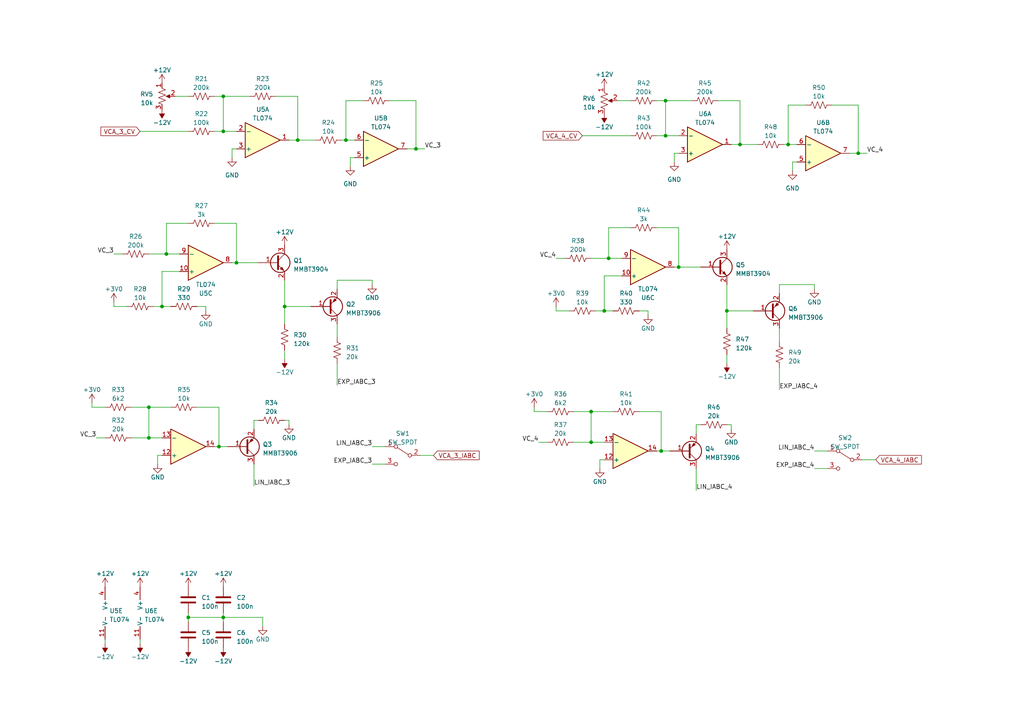
<source format=kicad_sch>
(kicad_sch (version 20230121) (generator eeschema)
  (paper "A4")
  (lib_symbols
    (symbol "Amplifier_Operational:TL074" (pin_names (offset 0.127))
      (property "Reference" "U" (at 0 5.08 0))
      (property "Value" "TL074" (at 0 -5.08 0))
      (symbol "TL074_1_1"
        (polyline (pts (xy -5.08 5.08) (xy 5.08 0) (xy -5.08 -5.08) (xy -5.08 5.08)) (stroke (width 0.254)) (fill (type background)))
        (pin output line (at 7.62 0 180) (length 2.54) (name "~") (number "1"))
        (pin input line (at -7.62 -2.54 0) (length 2.54) (name "-") (number "2"))
        (pin input line (at -7.62 2.54 0) (length 2.54) (name "+") (number "3"))
      )
      (symbol "TL074_2_1"
        (polyline (pts (xy -5.08 5.08) (xy 5.08 0) (xy -5.08 -5.08) (xy -5.08 5.08)) (stroke (width 0.254)) (fill (type background)))
        (pin input line (at -7.62 2.54 0) (length 2.54) (name "+") (number "5"))
        (pin input line (at -7.62 -2.54 0) (length 2.54) (name "-") (number "6"))
        (pin output line (at 7.62 0 180) (length 2.54) (name "~") (number "7"))
      )
      (symbol "TL074_3_1"
        (polyline (pts (xy -5.08 5.08) (xy 5.08 0) (xy -5.08 -5.08) (xy -5.08 5.08)) (stroke (width 0.254)) (fill (type background)))
        (pin input line (at -7.62 2.54 0) (length 2.54) (name "+") (number "10"))
        (pin output line (at 7.62 0 180) (length 2.54) (name "~") (number "8"))
        (pin input line (at -7.62 -2.54 0) (length 2.54) (name "-") (number "9"))
      )
      (symbol "TL074_4_1"
        (polyline (pts (xy -5.08 5.08) (xy 5.08 0) (xy -5.08 -5.08) (xy -5.08 5.08)) (stroke (width 0.254)) (fill (type background)))
        (pin input line (at -7.62 2.54 0) (length 2.54) (name "+") (number "12"))
        (pin input line (at -7.62 -2.54 0) (length 2.54) (name "-") (number "13"))
        (pin output line (at 7.62 0 180) (length 2.54) (name "~") (number "14"))
      )
      (symbol "TL074_5_1"
        (pin power_in line (at -2.54 -7.62 90) (length 3.81) (name "V-") (number "11"))
        (pin power_in line (at -2.54 7.62 270) (length 3.81) (name "V+") (number "4"))
      )
    )
    (symbol "Device:C" (pin_numbers hide) (pin_names (offset 0.254))
      (property "Reference" "C" (at 0.635 2.54 0))
      (property "Value" "C" (at 0.635 -2.54 0))
      (symbol "C_0_1"
        (polyline (pts (xy -2.032 -0.762) (xy 2.032 -0.762)) (stroke (width 0.508)))
        (polyline (pts (xy -2.032 0.762) (xy 2.032 0.762)) (stroke (width 0.508)))
      )
      (symbol "C_1_1"
        (pin passive line (at 0 3.81 270) (length 2.794) (name "~") (number "1"))
        (pin passive line (at 0 -3.81 90) (length 2.794) (name "~") (number "2"))
      )
    )
    (symbol "Device:R_Potentiometer_US" (pin_names (offset 1.016) hide)
      (property "Reference" "RV" (at -4.445 0 90))
      (property "Value" "R_Potentiometer_US" (at -2.54 0 90))
      (symbol "R_Potentiometer_US_0_1"
        (polyline (pts (xy 0 -2.286) (xy 0 -2.54)))
        (polyline (pts (xy 0 2.54) (xy 0 2.286)))
        (polyline (pts (xy 2.54 0) (xy 1.524 0)))
        (polyline (pts (xy 1.143 0) (xy 2.286 0.508) (xy 2.286 -0.508) (xy 1.143 0)) (fill (type outline)))
        (polyline (pts (xy 0 -0.762) (xy 1.016 -1.143) (xy 0 -1.524) (xy -1.016 -1.905) (xy 0 -2.286)))
        (polyline (pts (xy 0 0.762) (xy 1.016 0.381) (xy 0 0) (xy -1.016 -0.381) (xy 0 -0.762)))
        (polyline (pts (xy 0 2.286) (xy 1.016 1.905) (xy 0 1.524) (xy -1.016 1.143) (xy 0 0.762)))
      )
      (symbol "R_Potentiometer_US_1_1"
        (pin passive line (at 0 3.81 270) (length 1.27) (name "1") (number "1"))
        (pin passive line (at 3.81 0 180) (length 1.27) (name "2") (number "2"))
        (pin passive line (at 0 -3.81 90) (length 1.27) (name "3") (number "3"))
      )
    )
    (symbol "Device:R_US" (pin_numbers hide) (pin_names (offset 0))
      (property "Reference" "R" (at 2.54 0 90))
      (property "Value" "R_US" (at -2.54 0 90))
      (symbol "R_US_0_1"
        (polyline (pts (xy 0 -2.286) (xy 0 -2.54)))
        (polyline (pts (xy 0 2.286) (xy 0 2.54)))
        (polyline (pts (xy 0 -0.762) (xy 1.016 -1.143) (xy 0 -1.524) (xy -1.016 -1.905) (xy 0 -2.286)))
        (polyline (pts (xy 0 0.762) (xy 1.016 0.381) (xy 0 0) (xy -1.016 -0.381) (xy 0 -0.762)))
        (polyline (pts (xy 0 2.286) (xy 1.016 1.905) (xy 0 1.524) (xy -1.016 1.143) (xy 0 0.762)))
      )
      (symbol "R_US_1_1"
        (pin passive line (at 0 3.81 270) (length 1.27) (name "~") (number "1"))
        (pin passive line (at 0 -3.81 90) (length 1.27) (name "~") (number "2"))
      )
    )
    (symbol "Switch:SW_SPDT" (pin_names (offset 0) hide)
      (property "Reference" "SW" (at 0 4.318 0))
      (property "Value" "SW_SPDT" (at 0 -5.08 0))
      (symbol "SW_SPDT_0_0"
        (circle (center -2.032 0) (radius 0.508))
        (circle (center 2.032 -2.54) (radius 0.508))
      )
      (symbol "SW_SPDT_0_1"
        (polyline (pts (xy -1.524 0.254) (xy 1.651 2.286)))
        (circle (center 2.032 2.54) (radius 0.508))
      )
      (symbol "SW_SPDT_1_1"
        (pin passive line (at 5.08 2.54 180) (length 2.54) (name "A") (number "1"))
        (pin passive line (at -5.08 0 0) (length 2.54) (name "B") (number "2"))
        (pin passive line (at 5.08 -2.54 180) (length 2.54) (name "C") (number "3"))
      )
    )
    (symbol "Transistor_BJT:MMBT3904" (pin_names (offset 0) hide)
      (property "Reference" "Q" (at 5.08 1.905 0))
      (property "Value" "MMBT3904" (at 5.08 0 0))
      (symbol "MMBT3904_0_1"
        (polyline (pts (xy 0.635 0.635) (xy 2.54 2.54)))
        (polyline (pts (xy 0.635 -0.635) (xy 2.54 -2.54) (xy 2.54 -2.54)))
        (polyline (pts (xy 0.635 1.905) (xy 0.635 -1.905) (xy 0.635 -1.905)) (stroke (width 0.508)))
        (polyline (pts (xy 1.27 -1.778) (xy 1.778 -1.27) (xy 2.286 -2.286) (xy 1.27 -1.778) (xy 1.27 -1.778)) (fill (type outline)))
        (circle (center 1.27 0) (radius 2.8194) (stroke (width 0.254)))
      )
      (symbol "MMBT3904_1_1"
        (pin input line (at -5.08 0 0) (length 5.715) (name "B") (number "1"))
        (pin passive line (at 2.54 -5.08 90) (length 2.54) (name "E") (number "2"))
        (pin passive line (at 2.54 5.08 270) (length 2.54) (name "C") (number "3"))
      )
    )
    (symbol "Transistor_BJT:MMBT3906" (pin_names (offset 0) hide)
      (property "Reference" "Q" (at 5.08 1.905 0))
      (property "Value" "MMBT3906" (at 5.08 0 0))
      (symbol "MMBT3906_0_1"
        (polyline (pts (xy 0.635 0.635) (xy 2.54 2.54)))
        (polyline (pts (xy 0.635 -0.635) (xy 2.54 -2.54) (xy 2.54 -2.54)))
        (polyline (pts (xy 0.635 1.905) (xy 0.635 -1.905) (xy 0.635 -1.905)) (stroke (width 0.508)))
        (polyline (pts (xy 2.286 -1.778) (xy 1.778 -2.286) (xy 1.27 -1.27) (xy 2.286 -1.778) (xy 2.286 -1.778)) (fill (type outline)))
        (circle (center 1.27 0) (radius 2.8194) (stroke (width 0.254)))
      )
      (symbol "MMBT3906_1_1"
        (pin input line (at -5.08 0 0) (length 5.715) (name "B") (number "1"))
        (pin passive line (at 2.54 -5.08 90) (length 2.54) (name "E") (number "2"))
        (pin passive line (at 2.54 5.08 270) (length 2.54) (name "C") (number "3"))
      )
    )
    (symbol "power:+12V" (power) (pin_names (offset 0))
      (property "Value" "+12V" (at 0 3.556 0))
      (symbol "+12V_0_1"
        (polyline (pts (xy -0.762 1.27) (xy 0 2.54)))
        (polyline (pts (xy 0 0) (xy 0 2.54)))
        (polyline (pts (xy 0 2.54) (xy 0.762 1.27)))
      )
      (symbol "+12V_1_1"
        (pin power_in line (at 0 0 90) (length 0) hide (name "+12V") (number "1"))
      )
    )
    (symbol "power:+3V0" (power) (pin_names (offset 0))
      (property "Value" "+3V0" (at 0 3.556 0))
      (symbol "+3V0_0_1"
        (polyline (pts (xy -0.762 1.27) (xy 0 2.54)))
        (polyline (pts (xy 0 0) (xy 0 2.54)))
        (polyline (pts (xy 0 2.54) (xy 0.762 1.27)))
      )
      (symbol "+3V0_1_1"
        (pin power_in line (at 0 0 90) (length 0) hide (name "+3V0") (number "1"))
      )
    )
    (symbol "power:-12V" (power) (pin_names (offset 0))
      (property "Value" "-12V" (at 0 3.81 0))
      (symbol "-12V_0_0"
        (pin power_in line (at 0 0 90) (length 0) hide (name "-12V") (number "1"))
      )
      (symbol "-12V_0_1"
        (polyline (pts (xy 0 0) (xy 0 1.27) (xy 0.762 1.27) (xy 0 2.54) (xy -0.762 1.27) (xy 0 1.27)) (fill (type outline)))
      )
    )
    (symbol "power:GND" (power) (pin_names (offset 0))
      (property "Value" "GND" (at 0 -3.81 0))
      (symbol "GND_0_1"
        (polyline (pts (xy 0 0) (xy 0 -1.27) (xy 1.27 -1.27) (xy 0 -2.54) (xy -1.27 -1.27) (xy 0 -1.27)))
      )
      (symbol "GND_1_1"
        (pin power_in line (at 0 0 270) (length 0) hide (name "GND") (number "1"))
      )
    )
  )
  (junction (at 191.77 130.81))
  (junction (at 43.18 127))
  (junction (at 68.58 76.2))
  (junction (at 228.6 41.91))
  (junction (at 54.61 179.07))
  (junction (at 64.77 38.1))
  (junction (at 82.55 88.9))
  (junction (at 100.33 40.64))
  (junction (at 64.77 27.94))
  (junction (at 120.65 43.18))
  (junction (at 64.77 179.07))
  (junction (at 175.26 90.17))
  (junction (at 193.04 39.37))
  (junction (at 193.04 29.21))
  (junction (at 171.45 119.38))
  (junction (at 63.5 129.54))
  (junction (at 43.18 118.11))
  (junction (at 248.92 44.45))
  (junction (at 48.26 73.66))
  (junction (at 210.82 90.17))
  (junction (at 214.63 41.91))
  (junction (at 46.99 88.9))
  (junction (at 86.36 40.64))
  (junction (at 176.53 74.93))
  (junction (at 171.45 128.27))
  (junction (at 196.85 77.47))
  (wire (pts (xy 100.33 29.21) (xy 105.41 29.21)))
  (wire (pts (xy 100.33 40.64) (xy 102.87 40.64)))
  (wire (pts (xy 40.64 38.1) (xy 54.61 38.1)))
  (wire (pts (xy 171.45 74.93) (xy 176.53 74.93)))
  (wire (pts (xy 176.53 74.93) (xy 176.53 66.04)))
  (wire (pts (xy 43.18 127) (xy 43.18 118.11)))
  (wire (pts (xy 226.06 95.25) (xy 226.06 99.06)))
  (wire (pts (xy 57.15 88.9) (xy 59.69 88.9)))
  (wire (pts (xy 113.03 29.21) (xy 120.65 29.21)))
  (wire (pts (xy 46.99 88.9) (xy 46.99 78.74)))
  (wire (pts (xy 101.6 48.26) (xy 101.6 45.72)))
  (wire (pts (xy 172.72 90.17) (xy 175.26 90.17)))
  (wire (pts (xy 26.67 116.84) (xy 26.67 118.11)))
  (wire (pts (xy 86.36 40.64) (xy 91.44 40.64)))
  (wire (pts (xy 208.28 29.21) (xy 214.63 29.21)))
  (wire (pts (xy 45.72 132.08) (xy 45.72 134.62)))
  (wire (pts (xy 173.99 133.35) (xy 173.99 135.89)))
  (wire (pts (xy 228.6 41.91) (xy 231.14 41.91)))
  (wire (pts (xy 107.95 129.54) (xy 111.76 129.54)))
  (wire (pts (xy 44.45 88.9) (xy 46.99 88.9)))
  (wire (pts (xy 38.1 118.11) (xy 43.18 118.11)))
  (wire (pts (xy 62.23 64.77) (xy 68.58 64.77)))
  (wire (pts (xy 33.02 88.9) (xy 36.83 88.9)))
  (wire (pts (xy 64.77 179.07) (xy 76.2 179.07)))
  (wire (pts (xy 68.58 64.77) (xy 68.58 76.2)))
  (wire (pts (xy 107.95 81.28) (xy 107.95 82.55)))
  (wire (pts (xy 54.61 179.07) (xy 54.61 180.34)))
  (wire (pts (xy 161.29 88.9) (xy 161.29 90.17)))
  (wire (pts (xy 59.69 88.9) (xy 59.69 90.17)))
  (wire (pts (xy 48.26 64.77) (xy 54.61 64.77)))
  (wire (pts (xy 196.85 77.47) (xy 195.58 77.47)))
  (wire (pts (xy 229.87 49.53) (xy 229.87 46.99)))
  (wire (pts (xy 196.85 77.47) (xy 203.2 77.47)))
  (wire (pts (xy 226.06 85.09) (xy 226.06 82.55)))
  (wire (pts (xy 82.55 88.9) (xy 82.55 81.28)))
  (wire (pts (xy 179.07 29.21) (xy 182.88 29.21)))
  (wire (pts (xy 27.94 127) (xy 30.48 127)))
  (wire (pts (xy 210.82 102.87) (xy 210.82 105.41)))
  (wire (pts (xy 210.82 90.17) (xy 210.82 95.25)))
  (wire (pts (xy 227.33 41.91) (xy 228.6 41.91)))
  (wire (pts (xy 68.58 76.2) (xy 67.31 76.2)))
  (wire (pts (xy 201.93 125.73) (xy 201.93 123.19)))
  (wire (pts (xy 226.06 106.68) (xy 226.06 113.03)))
  (wire (pts (xy 161.29 74.93) (xy 163.83 74.93)))
  (wire (pts (xy 120.65 43.18) (xy 118.11 43.18)))
  (wire (pts (xy 57.15 118.11) (xy 63.5 118.11)))
  (wire (pts (xy 176.53 74.93) (xy 180.34 74.93)))
  (wire (pts (xy 54.61 177.8) (xy 54.61 179.07)))
  (wire (pts (xy 97.79 93.98) (xy 97.79 97.79)))
  (wire (pts (xy 63.5 129.54) (xy 66.04 129.54)))
  (wire (pts (xy 171.45 128.27) (xy 175.26 128.27)))
  (wire (pts (xy 195.58 46.99) (xy 195.58 44.45)))
  (wire (pts (xy 97.79 105.41) (xy 97.79 111.76)))
  (wire (pts (xy 63.5 129.54) (xy 62.23 129.54)))
  (wire (pts (xy 38.1 127) (xy 43.18 127)))
  (wire (pts (xy 73.66 121.92) (xy 74.93 121.92)))
  (wire (pts (xy 173.99 133.35) (xy 175.26 133.35)))
  (wire (pts (xy 68.58 76.2) (xy 74.93 76.2)))
  (wire (pts (xy 100.33 40.64) (xy 100.33 29.21)))
  (wire (pts (xy 97.79 83.82) (xy 97.79 81.28)))
  (wire (pts (xy 33.02 87.63) (xy 33.02 88.9)))
  (wire (pts (xy 190.5 66.04) (xy 196.85 66.04)))
  (wire (pts (xy 154.94 118.11) (xy 154.94 119.38)))
  (wire (pts (xy 166.37 119.38) (xy 171.45 119.38)))
  (wire (pts (xy 63.5 118.11) (xy 63.5 129.54)))
  (wire (pts (xy 175.26 90.17) (xy 177.8 90.17)))
  (wire (pts (xy 191.77 130.81) (xy 194.31 130.81)))
  (wire (pts (xy 175.26 90.17) (xy 175.26 80.01)))
  (wire (pts (xy 48.26 73.66) (xy 52.07 73.66)))
  (wire (pts (xy 54.61 179.07) (xy 64.77 179.07)))
  (wire (pts (xy 214.63 29.21) (xy 214.63 41.91)))
  (wire (pts (xy 73.66 124.46) (xy 73.66 121.92)))
  (wire (pts (xy 64.77 38.1) (xy 68.58 38.1)))
  (wire (pts (xy 241.3 30.48) (xy 248.92 30.48)))
  (wire (pts (xy 86.36 27.94) (xy 86.36 40.64)))
  (wire (pts (xy 210.82 123.19) (xy 212.09 123.19)))
  (wire (pts (xy 226.06 82.55) (xy 236.22 82.55)))
  (wire (pts (xy 30.48 185.42) (xy 30.48 186.69)))
  (wire (pts (xy 80.01 27.94) (xy 86.36 27.94)))
  (wire (pts (xy 248.92 44.45) (xy 251.46 44.45)))
  (wire (pts (xy 176.53 66.04) (xy 182.88 66.04)))
  (wire (pts (xy 73.66 134.62) (xy 73.66 140.97)))
  (wire (pts (xy 64.77 179.07) (xy 64.77 180.34)))
  (wire (pts (xy 191.77 119.38) (xy 191.77 130.81)))
  (wire (pts (xy 26.67 118.11) (xy 30.48 118.11)))
  (wire (pts (xy 191.77 130.81) (xy 190.5 130.81)))
  (wire (pts (xy 193.04 29.21) (xy 193.04 39.37)))
  (wire (pts (xy 193.04 39.37) (xy 196.85 39.37)))
  (wire (pts (xy 67.31 45.72) (xy 67.31 43.18)))
  (wire (pts (xy 43.18 118.11) (xy 49.53 118.11)))
  (wire (pts (xy 121.92 132.08) (xy 125.73 132.08)))
  (wire (pts (xy 82.55 88.9) (xy 82.55 93.98)))
  (wire (pts (xy 190.5 39.37) (xy 193.04 39.37)))
  (wire (pts (xy 201.93 135.89) (xy 201.93 142.24)))
  (wire (pts (xy 248.92 30.48) (xy 248.92 44.45)))
  (wire (pts (xy 40.64 185.42) (xy 40.64 186.69)))
  (wire (pts (xy 236.22 130.81) (xy 240.03 130.81)))
  (wire (pts (xy 43.18 127) (xy 46.99 127)))
  (wire (pts (xy 120.65 29.21) (xy 120.65 43.18)))
  (wire (pts (xy 76.2 179.07) (xy 76.2 181.61)))
  (wire (pts (xy 214.63 41.91) (xy 219.71 41.91)))
  (wire (pts (xy 250.19 133.35) (xy 254 133.35)))
  (wire (pts (xy 101.6 45.72) (xy 102.87 45.72)))
  (wire (pts (xy 43.18 73.66) (xy 48.26 73.66)))
  (wire (pts (xy 196.85 66.04) (xy 196.85 77.47)))
  (wire (pts (xy 212.09 123.19) (xy 212.09 124.46)))
  (wire (pts (xy 90.17 88.9) (xy 82.55 88.9)))
  (wire (pts (xy 175.26 80.01) (xy 180.34 80.01)))
  (wire (pts (xy 120.65 43.18) (xy 123.19 43.18)))
  (wire (pts (xy 82.55 101.6) (xy 82.55 104.14)))
  (wire (pts (xy 214.63 41.91) (xy 212.09 41.91)))
  (wire (pts (xy 168.91 39.37) (xy 182.88 39.37)))
  (wire (pts (xy 50.8 27.94) (xy 54.61 27.94)))
  (wire (pts (xy 171.45 119.38) (xy 177.8 119.38)))
  (wire (pts (xy 210.82 90.17) (xy 210.82 82.55)))
  (wire (pts (xy 171.45 128.27) (xy 171.45 119.38)))
  (wire (pts (xy 62.23 27.94) (xy 64.77 27.94)))
  (wire (pts (xy 236.22 135.89) (xy 240.03 135.89)))
  (wire (pts (xy 33.02 73.66) (xy 35.56 73.66)))
  (wire (pts (xy 86.36 40.64) (xy 83.82 40.64)))
  (wire (pts (xy 67.31 43.18) (xy 68.58 43.18)))
  (wire (pts (xy 236.22 82.55) (xy 236.22 83.82)))
  (wire (pts (xy 64.77 27.94) (xy 64.77 38.1)))
  (wire (pts (xy 187.96 90.17) (xy 187.96 91.44)))
  (wire (pts (xy 161.29 90.17) (xy 165.1 90.17)))
  (wire (pts (xy 45.72 132.08) (xy 46.99 132.08)))
  (wire (pts (xy 195.58 44.45) (xy 196.85 44.45)))
  (wire (pts (xy 156.21 128.27) (xy 158.75 128.27)))
  (wire (pts (xy 107.95 134.62) (xy 111.76 134.62)))
  (wire (pts (xy 62.23 38.1) (xy 64.77 38.1)))
  (wire (pts (xy 190.5 29.21) (xy 193.04 29.21)))
  (wire (pts (xy 48.26 73.66) (xy 48.26 64.77)))
  (wire (pts (xy 228.6 30.48) (xy 233.68 30.48)))
  (wire (pts (xy 185.42 119.38) (xy 191.77 119.38)))
  (wire (pts (xy 82.55 121.92) (xy 83.82 121.92)))
  (wire (pts (xy 64.77 177.8) (xy 64.77 179.07)))
  (wire (pts (xy 64.77 27.94) (xy 72.39 27.94)))
  (wire (pts (xy 97.79 81.28) (xy 107.95 81.28)))
  (wire (pts (xy 193.04 29.21) (xy 200.66 29.21)))
  (wire (pts (xy 218.44 90.17) (xy 210.82 90.17)))
  (wire (pts (xy 99.06 40.64) (xy 100.33 40.64)))
  (wire (pts (xy 83.82 121.92) (xy 83.82 123.19)))
  (wire (pts (xy 248.92 44.45) (xy 246.38 44.45)))
  (wire (pts (xy 201.93 123.19) (xy 203.2 123.19)))
  (wire (pts (xy 228.6 41.91) (xy 228.6 30.48)))
  (wire (pts (xy 46.99 88.9) (xy 49.53 88.9)))
  (wire (pts (xy 229.87 46.99) (xy 231.14 46.99)))
  (wire (pts (xy 166.37 128.27) (xy 171.45 128.27)))
  (wire (pts (xy 154.94 119.38) (xy 158.75 119.38)))
  (wire (pts (xy 185.42 90.17) (xy 187.96 90.17)))
  (wire (pts (xy 46.99 78.74) (xy 52.07 78.74)))
  (label "VC_4" (at 161.29 74.93 180))
  (label "VC_3" (at 27.94 127 180))
  (label "EXP_IABC_3" (at 97.79 111.76 0))
  (label "EXP_IABC_3" (at 107.95 134.62 180))
  (label "EXP_IABC_4" (at 226.06 113.03 0))
  (label "VC_4" (at 156.21 128.27 180))
  (label "VC_3" (at 33.02 73.66 180))
  (label "EXP_IABC_4" (at 236.22 135.89 180))
  (label "LIN_IABC_3" (at 73.66 140.97 0))
  (label "VC_4" (at 251.46 44.45 0))
  (label "LIN_IABC_3" (at 107.95 129.54 180))
  (label "VC_3" (at 123.19 43.18 0))
  (label "LIN_IABC_4" (at 236.22 130.81 180))
  (label "LIN_IABC_4" (at 201.93 142.24 0))
  (global_label "VCA_4_IABC" (shape input) (at 254 133.35 0) (property "Intersheetrefs" "${INTERSHEET_REFS}" (effects hide)))
  (global_label "VCA_4_CV" (shape input) (at 168.91 39.37 180) (property "Intersheetrefs" "${INTERSHEET_REFS}" (effects hide)))
  (global_label "VCA_3_IABC" (shape input) (at 125.73 132.08 0) (property "Intersheetrefs" "${INTERSHEET_REFS}" (effects hide)))
  (global_label "VCA_3_CV" (shape input) (at 40.64 38.1 180) (property "Intersheetrefs" "${INTERSHEET_REFS}" (effects hide)))
  (symbol (lib_id "Amplifier_Operational:TL074") (at 33.02 177.8 0) (unit 5)
    (property "Reference" "U5" (at 31.75 177.165 0) (effects (justify left)))
    (property "Value" "TL074" (at 31.75 179.705 0) (effects (justify left)))
    (property "Footprint" "Package_SO:SO-14_3.9x8.65mm_P1.27mm" (effects hide))
    (property "Datasheet" "http://www.ti.com/lit/ds/symlink/tl071.pdf" (effects hide))
    (instances (project "vca_mix" (path "" (reference "U5") (unit 5)) (path "" (reference "U7") (unit 5))))
  )
  (symbol (lib_id "power:-12V") (at 46.99 31.75 180) (unit 1)
    (property "Reference" "#PWR011" (effects hide))
    (property "Value" "-12V" (at 46.99 35.56 0))
    (instances (project "vca_mix" (path "" (reference "#PWR011") (unit 1)) (path "" (reference "#PWR04") (unit 1)) (path "" (reference "#PWR032") (unit 1)) (path "" (reference "#PWR071") (unit 1))))
  )
  (symbol (lib_id "power:+3V0") (at 154.94 118.11 0) (unit 1)
    (property "Reference" "#PWR0139" (effects hide))
    (property "Value" "+3V0" (at 154.94 114.3 0))
    (instances (project "vca_mix" (path "" (reference "#PWR0139") (unit 1)) (path "" (reference "#PWR0101") (unit 1))))
  )
  (symbol (lib_id "Transistor_BJT:MMBT3904") (at 80.01 76.2 0) (unit 1)
    (property "Reference" "Q1" (at 85.09 75.565 0) (effects (justify left)))
    (property "Value" "MMBT3904" (at 85.09 78.105 0) (effects (justify left)))
    (property "Footprint" "Package_TO_SOT_SMD:SOT-23" (effects hide))
    (property "Datasheet" "https://www.onsemi.com/pub/Collateral/2N3903-D.PDF" (effects hide))
    (instances (project "vca_mix" (path "" (reference "Q1") (unit 1)) (path "" (reference "Q8") (unit 1))))
  )
  (symbol (lib_id "power:GND") (at 45.72 134.62 0) (unit 1)
    (property "Reference" "#PWR040" (effects hide))
    (property "Value" "GND" (at 45.72 138.43 0))
    (instances (project "vca_mix" (path "" (reference "#PWR040") (unit 1)) (path "" (reference "#PWR069") (unit 1))))
  )
  (symbol (lib_id "Device:R_US") (at 109.22 29.21 90) (unit 1)
    (property "Reference" "R25" (at 109.22 24.13 90))
    (property "Value" "10k" (at 109.22 26.67 90))
    (property "Footprint" "Resistor_SMD:R_0805_2012Metric_Pad1.20x1.40mm_HandSolder" (effects hide))
    (instances (project "vca_mix" (path "" (reference "R25") (unit 1)) (path "" (reference "R65") (unit 1))))
  )
  (symbol (lib_id "Device:R_US") (at 97.79 101.6 180) (unit 1)
    (property "Reference" "R31" (at 100.33 100.965 0) (effects (justify right)))
    (property "Value" "20k" (at 100.33 103.505 0) (effects (justify right)))
    (property "Footprint" "Resistor_SMD:R_0805_2012Metric_Pad1.20x1.40mm_HandSolder" (effects hide))
    (instances (project "vca_mix" (path "" (reference "R31") (unit 1)) (path "" (reference "R64") (unit 1))))
  )
  (symbol (lib_id "Device:R_US") (at 226.06 102.87 180) (unit 1)
    (property "Reference" "R49" (at 228.6 102.235 0) (effects (justify right)))
    (property "Value" "20k" (at 228.6 104.775 0) (effects (justify right)))
    (property "Footprint" "Resistor_SMD:R_0805_2012Metric_Pad1.20x1.40mm_HandSolder" (effects hide))
    (instances (project "vca_mix" (path "" (reference "R49") (unit 1)) (path "" (reference "R79") (unit 1))))
  )
  (symbol (lib_id "Device:R_US") (at 76.2 27.94 90) (unit 1)
    (property "Reference" "R23" (at 76.2 22.86 90))
    (property "Value" "200k" (at 76.2 25.4 90))
    (property "Footprint" "Resistor_SMD:R_0805_2012Metric_Pad1.20x1.40mm_HandSolder" (effects hide))
    (instances (project "vca_mix" (path "" (reference "R23") (unit 1)) (path "" (reference "R60") (unit 1))))
  )
  (symbol (lib_id "power:-12V") (at 40.64 186.69 180) (unit 1)
    (property "Reference" "#PWR011" (effects hide))
    (property "Value" "-12V" (at 40.64 190.5 0))
    (instances (project "vca_mix" (path "" (reference "#PWR011") (unit 1)) (path "" (reference "#PWR04") (unit 1)) (path "" (reference "#PWR046") (unit 1)) (path "" (reference "#PWR068") (unit 1))))
  )
  (symbol (lib_id "power:+3V0") (at 33.02 87.63 0) (unit 1)
    (property "Reference" "#PWR0139" (effects hide))
    (property "Value" "+3V0" (at 33.02 83.82 0))
    (instances (project "vca_mix" (path "" (reference "#PWR0139") (unit 1)) (path "" (reference "#PWR044") (unit 1))))
  )
  (symbol (lib_id "power:-12V") (at 54.61 187.96 180) (unit 1)
    (property "Reference" "#PWR025" (effects hide))
    (property "Value" "-12V" (at 54.61 191.77 0))
    (instances (project "vca_mix" (path "" (reference "#PWR025") (unit 1)) (path "" (reference "#PWR014") (unit 1)) (path "" (reference "#PWR059") (unit 1)) (path "" (reference "#PWR073") (unit 1))))
  )
  (symbol (lib_id "power:-12V") (at 175.26 33.02 180) (unit 1)
    (property "Reference" "#PWR011" (effects hide))
    (property "Value" "-12V" (at 175.26 36.83 0))
    (instances (project "vca_mix" (path "" (reference "#PWR011") (unit 1)) (path "" (reference "#PWR04") (unit 1)) (path "" (reference "#PWR050") (unit 1)) (path "" (reference "#PWR0105") (unit 1))))
  )
  (symbol (lib_id "power:+12V") (at 82.55 71.12 0) (unit 1)
    (property "Reference" "#PWR018" (effects hide))
    (property "Value" "+12V" (at 82.55 67.31 0))
    (instances (project "vca_mix" (path "" (reference "#PWR018") (unit 1)) (path "" (reference "#PWR010") (unit 1)) (path "" (reference "#PWR036") (unit 1)) (path "" (reference "#PWR079") (unit 1))))
  )
  (symbol (lib_id "power:GND") (at 83.82 123.19 0) (unit 1)
    (property "Reference" "#PWR041" (effects hide))
    (property "Value" "GND" (at 83.82 127 0))
    (instances (project "vca_mix" (path "" (reference "#PWR041") (unit 1)) (path "" (reference "#PWR098") (unit 1))))
  )
  (symbol (lib_id "Device:R_US") (at 34.29 127 90) (unit 1)
    (property "Reference" "R32" (at 34.29 121.92 90))
    (property "Value" "20k" (at 34.29 124.46 90))
    (property "Footprint" "Resistor_SMD:R_0805_2012Metric_Pad1.20x1.40mm_HandSolder" (effects hide))
    (instances (project "vca_mix" (path "" (reference "R32") (unit 1)) (path "" (reference "R52") (unit 1))))
  )
  (symbol (lib_id "Device:R_US") (at 82.55 97.79 180) (unit 1)
    (property "Reference" "R30" (at 85.09 97.155 0) (effects (justify right)))
    (property "Value" "120k" (at 85.09 99.695 0) (effects (justify right)))
    (property "Footprint" "Resistor_SMD:R_0805_2012Metric_Pad1.20x1.40mm_HandSolder" (effects hide))
    (instances (project "vca_mix" (path "" (reference "R30") (unit 1)) (path "" (reference "R62") (unit 1))))
  )
  (symbol (lib_id "Amplifier_Operational:TL074") (at 238.76 44.45 0) (mirror x) (unit 2)
    (property "Reference" "U6" (at 238.76 35.56 0))
    (property "Value" "TL074" (at 238.76 38.1 0))
    (property "Footprint" "Package_SO:SO-14_3.9x8.65mm_P1.27mm" (effects hide))
    (property "Datasheet" "http://www.ti.com/lit/ds/symlink/tl071.pdf" (effects hide))
    (instances (project "vca_mix" (path "" (reference "U6") (unit 2)) (path "" (reference "U8") (unit 2))))
  )
  (symbol (lib_id "power:+3V0") (at 26.67 116.84 0) (unit 1)
    (property "Reference" "#PWR0139" (effects hide))
    (property "Value" "+3V0" (at 26.67 113.03 0))
    (instances (project "vca_mix" (path "" (reference "#PWR0139") (unit 1)) (path "" (reference "#PWR063") (unit 1))))
  )
  (symbol (lib_id "power:GND") (at 187.96 91.44 0) (unit 1)
    (property "Reference" "#PWR051" (effects hide))
    (property "Value" "GND" (at 187.96 95.25 0))
    (instances (project "vca_mix" (path "" (reference "#PWR051") (unit 1)) (path "" (reference "#PWR0106") (unit 1))))
  )
  (symbol (lib_id "Device:R_US") (at 40.64 88.9 90) (unit 1)
    (property "Reference" "R28" (at 40.64 83.82 90))
    (property "Value" "10k" (at 40.64 86.36 90))
    (property "Footprint" "Resistor_SMD:R_0805_2012Metric_Pad1.20x1.40mm_HandSolder" (effects hide))
    (instances (project "vca_mix" (path "" (reference "R28") (unit 1)) (path "" (reference "R54") (unit 1))))
  )
  (symbol (lib_id "power:GND") (at 59.69 90.17 0) (unit 1)
    (property "Reference" "#PWR034" (effects hide))
    (property "Value" "GND" (at 59.69 93.98 0))
    (instances (project "vca_mix" (path "" (reference "#PWR034") (unit 1)) (path "" (reference "#PWR074") (unit 1))))
  )
  (symbol (lib_id "Device:R_US") (at 58.42 27.94 90) (unit 1)
    (property "Reference" "R21" (at 58.42 22.86 90))
    (property "Value" "200k" (at 58.42 25.4 90))
    (property "Footprint" "Resistor_SMD:R_0805_2012Metric_Pad1.20x1.40mm_HandSolder" (effects hide))
    (instances (project "vca_mix" (path "" (reference "R21") (unit 1)) (path "" (reference "R57") (unit 1))))
  )
  (symbol (lib_id "Device:C") (at 64.77 173.99 0) (unit 1)
    (property "Reference" "C2" (at 68.58 173.355 0) (effects (justify left)))
    (property "Value" "100n" (at 68.58 175.895 0) (effects (justify left)))
    (property "Footprint" "Capacitor_SMD:C_0805_2012Metric_Pad1.18x1.45mm_HandSolder" (effects hide))
    (instances (project "vca_mix" (path "" (reference "C2") (unit 1)) (path "" (reference "C3") (unit 1)) (path "" (reference "C11") (unit 1)) (path "" (reference "C15") (unit 1))))
  )
  (symbol (lib_id "Device:C") (at 54.61 173.99 0) (unit 1)
    (property "Reference" "C1" (at 58.42 173.355 0) (effects (justify left)))
    (property "Value" "100n" (at 58.42 175.895 0) (effects (justify left)))
    (property "Footprint" "Capacitor_SMD:C_0805_2012Metric_Pad1.18x1.45mm_HandSolder" (effects hide))
    (instances (project "vca_mix" (path "" (reference "C1") (unit 1)) (path "" (reference "C1") (unit 1)) (path "" (reference "C9") (unit 1)) (path "" (reference "C13") (unit 1))))
  )
  (symbol (lib_id "Device:R_US") (at 223.52 41.91 90) (unit 1)
    (property "Reference" "R48" (at 223.52 36.83 90))
    (property "Value" "10k" (at 223.52 39.37 90))
    (property "Footprint" "Resistor_SMD:R_0805_2012Metric_Pad1.20x1.40mm_HandSolder" (effects hide))
    (instances (project "vca_mix" (path "" (reference "R48") (unit 1)) (path "" (reference "R78") (unit 1))))
  )
  (symbol (lib_id "power:-12V") (at 210.82 105.41 180) (unit 1)
    (property "Reference" "#PWR011" (effects hide))
    (property "Value" "-12V" (at 210.82 109.22 0))
    (instances (project "vca_mix" (path "" (reference "#PWR011") (unit 1)) (path "" (reference "#PWR04") (unit 1)) (path "" (reference "#PWR054") (unit 1)) (path "" (reference "#PWR0109") (unit 1))))
  )
  (symbol (lib_id "Device:R_US") (at 39.37 73.66 90) (unit 1)
    (property "Reference" "R26" (at 39.37 68.58 90))
    (property "Value" "200k" (at 39.37 71.12 90))
    (property "Footprint" "Resistor_SMD:R_0805_2012Metric_Pad1.20x1.40mm_HandSolder" (effects hide))
    (instances (project "vca_mix" (path "" (reference "R26") (unit 1)) (path "" (reference "R53") (unit 1))))
  )
  (symbol (lib_id "power:GND") (at 195.58 46.99 0) (unit 1)
    (property "Reference" "#PWR052" (effects hide))
    (property "Value" "GND" (at 195.58 52.07 0))
    (instances (project "vca_mix" (path "" (reference "#PWR052") (unit 1)) (path "" (reference "#PWR0107") (unit 1))))
  )
  (symbol (lib_id "power:GND") (at 101.6 48.26 0) (unit 1)
    (property "Reference" "#PWR033" (effects hide))
    (property "Value" "GND" (at 101.6 53.34 0))
    (instances (project "vca_mix" (path "" (reference "#PWR033") (unit 1)) (path "" (reference "#PWR099") (unit 1))))
  )
  (symbol (lib_id "Device:R_US") (at 53.34 118.11 90) (unit 1)
    (property "Reference" "R35" (at 53.34 113.03 90))
    (property "Value" "10k" (at 53.34 115.57 90))
    (property "Footprint" "Resistor_SMD:R_0805_2012Metric_Pad1.20x1.40mm_HandSolder" (effects hide))
    (instances (project "vca_mix" (path "" (reference "R35") (unit 1)) (path "" (reference "R56") (unit 1))))
  )
  (symbol (lib_id "Amplifier_Operational:TL074") (at 59.69 76.2 0) (mirror x) (unit 3)
    (property "Reference" "U5" (at 59.69 85.09 0))
    (property "Value" "TL074" (at 59.69 82.55 0))
    (property "Footprint" "Package_SO:SO-14_3.9x8.65mm_P1.27mm" (effects hide))
    (property "Datasheet" "http://www.ti.com/lit/ds/symlink/tl071.pdf" (effects hide))
    (instances (project "vca_mix" (path "" (reference "U5") (unit 3)) (path "" (reference "U7") (unit 3))))
  )
  (symbol (lib_id "Switch:SW_SPDT") (at 116.84 132.08 0) (mirror y) (unit 1)
    (property "Reference" "SW1" (at 116.84 125.73 0))
    (property "Value" "SW_SPDT" (at 116.84 128.27 0))
    (property "Footprint" "synthesis:Mini_sw" (effects hide))
    (instances (project "vca_mix" (path "" (reference "SW1") (unit 1)) (path "" (reference "SW3") (unit 1))))
  )
  (symbol (lib_id "power:+12V") (at 40.64 170.18 0) (unit 1)
    (property "Reference" "#PWR018" (effects hide))
    (property "Value" "+12V" (at 40.64 166.37 0))
    (instances (project "vca_mix" (path "" (reference "#PWR018") (unit 1)) (path "" (reference "#PWR010") (unit 1)) (path "" (reference "#PWR045") (unit 1)) (path "" (reference "#PWR067") (unit 1))))
  )
  (symbol (lib_id "Amplifier_Operational:TL074") (at 43.18 177.8 0) (unit 5)
    (property "Reference" "U6" (at 41.91 177.165 0) (effects (justify left)))
    (property "Value" "TL074" (at 41.91 179.705 0) (effects (justify left)))
    (property "Footprint" "Package_SO:SO-14_3.9x8.65mm_P1.27mm" (effects hide))
    (property "Datasheet" "http://www.ti.com/lit/ds/symlink/tl071.pdf" (effects hide))
    (instances (project "vca_mix" (path "" (reference "U6") (unit 5)) (path "" (reference "U8") (unit 5))))
  )
  (symbol (lib_id "power:+12V") (at 30.48 170.18 0) (unit 1)
    (property "Reference" "#PWR018" (effects hide))
    (property "Value" "+12V" (at 30.48 166.37 0))
    (instances (project "vca_mix" (path "" (reference "#PWR018") (unit 1)) (path "" (reference "#PWR010") (unit 1)) (path "" (reference "#PWR043") (unit 1)) (path "" (reference "#PWR064") (unit 1))))
  )
  (symbol (lib_id "power:GND") (at 229.87 49.53 0) (unit 1)
    (property "Reference" "#PWR056" (effects hide))
    (property "Value" "GND" (at 229.87 54.61 0))
    (instances (project "vca_mix" (path "" (reference "#PWR056") (unit 1)) (path "" (reference "#PWR0111") (unit 1))))
  )
  (symbol (lib_id "power:+12V") (at 175.26 25.4 0) (unit 1)
    (property "Reference" "#PWR018" (effects hide))
    (property "Value" "+12V" (at 175.26 21.59 0))
    (instances (project "vca_mix" (path "" (reference "#PWR018") (unit 1)) (path "" (reference "#PWR010") (unit 1)) (path "" (reference "#PWR049") (unit 1)) (path "" (reference "#PWR0104") (unit 1))))
  )
  (symbol (lib_id "Device:R_US") (at 168.91 90.17 90) (unit 1)
    (property "Reference" "R39" (at 168.91 85.09 90))
    (property "Value" "10k" (at 168.91 87.63 90))
    (property "Footprint" "Resistor_SMD:R_0805_2012Metric_Pad1.20x1.40mm_HandSolder" (effects hide))
    (instances (project "vca_mix" (path "" (reference "R39") (unit 1)) (path "" (reference "R69") (unit 1))))
  )
  (symbol (lib_id "power:-12V") (at 82.55 104.14 180) (unit 1)
    (property "Reference" "#PWR011" (effects hide))
    (property "Value" "-12V" (at 82.55 107.95 0))
    (instances (project "vca_mix" (path "" (reference "#PWR011") (unit 1)) (path "" (reference "#PWR04") (unit 1)) (path "" (reference "#PWR038") (unit 1)) (path "" (reference "#PWR097") (unit 1))))
  )
  (symbol (lib_id "Device:R_US") (at 58.42 38.1 90) (unit 1)
    (property "Reference" "R22" (at 58.42 33.02 90))
    (property "Value" "100k" (at 58.42 35.56 90))
    (property "Footprint" "Resistor_SMD:R_0805_2012Metric_Pad1.20x1.40mm_HandSolder" (effects hide))
    (instances (project "vca_mix" (path "" (reference "R22") (unit 1)) (path "" (reference "R58") (unit 1))))
  )
  (symbol (lib_id "Amplifier_Operational:TL074") (at 187.96 77.47 0) (mirror x) (unit 3)
    (property "Reference" "U6" (at 187.96 86.36 0))
    (property "Value" "TL074" (at 187.96 83.82 0))
    (property "Footprint" "Package_SO:SO-14_3.9x8.65mm_P1.27mm" (effects hide))
    (property "Datasheet" "http://www.ti.com/lit/ds/symlink/tl071.pdf" (effects hide))
    (instances (project "vca_mix" (path "" (reference "U6") (unit 3)) (path "" (reference "U8") (unit 3))))
  )
  (symbol (lib_id "power:GND") (at 67.31 45.72 0) (unit 1)
    (property "Reference" "#PWR030" (effects hide))
    (property "Value" "GND" (at 67.31 50.8 0))
    (instances (project "vca_mix" (path "" (reference "#PWR030") (unit 1)) (path "" (reference "#PWR077") (unit 1))))
  )
  (symbol (lib_id "power:-12V") (at 64.77 187.96 180) (unit 1)
    (property "Reference" "#PWR026" (effects hide))
    (property "Value" "-12V" (at 64.77 191.77 0))
    (instances (project "vca_mix" (path "" (reference "#PWR026") (unit 1)) (path "" (reference "#PWR018") (unit 1)) (path "" (reference "#PWR061") (unit 1)) (path "" (reference "#PWR076") (unit 1))))
  )
  (symbol (lib_id "Device:R_US") (at 167.64 74.93 90) (unit 1)
    (property "Reference" "R38" (at 167.64 69.85 90))
    (property "Value" "200k" (at 167.64 72.39 90))
    (property "Footprint" "Resistor_SMD:R_0805_2012Metric_Pad1.20x1.40mm_HandSolder" (effects hide))
    (instances (project "vca_mix" (path "" (reference "R38") (unit 1)) (path "" (reference "R68") (unit 1))))
  )
  (symbol (lib_id "Amplifier_Operational:TL074") (at 54.61 129.54 0) (mirror x) (unit 4)
    (property "Reference" "U5" (effects hide))
    (property "Value" "TL074" (effects hide))
    (property "Footprint" "Package_SO:SO-14_3.9x8.65mm_P1.27mm" (effects hide))
    (property "Datasheet" "http://www.ti.com/lit/ds/symlink/tl071.pdf" (effects hide))
    (instances (project "vca_mix" (path "" (reference "U5") (unit 4)) (path "" (reference "U7") (unit 4))))
  )
  (symbol (lib_id "Device:R_US") (at 181.61 119.38 90) (unit 1)
    (property "Reference" "R41" (at 181.61 114.3 90))
    (property "Value" "10k" (at 181.61 116.84 90))
    (property "Footprint" "Resistor_SMD:R_0805_2012Metric_Pad1.20x1.40mm_HandSolder" (effects hide))
    (instances (project "vca_mix" (path "" (reference "R41") (unit 1)) (path "" (reference "R71") (unit 1))))
  )
  (symbol (lib_id "Device:R_US") (at 95.25 40.64 90) (unit 1)
    (property "Reference" "R24" (at 95.25 35.56 90))
    (property "Value" "10k" (at 95.25 38.1 90))
    (property "Footprint" "Resistor_SMD:R_0805_2012Metric_Pad1.20x1.40mm_HandSolder" (effects hide))
    (instances (project "vca_mix" (path "" (reference "R24") (unit 1)) (path "" (reference "R63") (unit 1))))
  )
  (symbol (lib_id "power:+3V0") (at 161.29 88.9 0) (unit 1)
    (property "Reference" "#PWR0139" (effects hide))
    (property "Value" "+3V0" (at 161.29 85.09 0))
    (instances (project "vca_mix" (path "" (reference "#PWR0139") (unit 1)) (path "" (reference "#PWR066") (unit 1))))
  )
  (symbol (lib_id "Device:R_US") (at 207.01 123.19 270) (unit 1)
    (property "Reference" "R46" (at 207.01 118.11 90))
    (property "Value" "20k" (at 207.01 120.65 90))
    (property "Footprint" "Resistor_SMD:R_0805_2012Metric_Pad1.20x1.40mm_HandSolder" (effects hide))
    (instances (project "vca_mix" (path "" (reference "R46") (unit 1)) (path "" (reference "R76") (unit 1))))
  )
  (symbol (lib_id "power:+12V") (at 64.77 170.18 0) (unit 1)
    (property "Reference" "#PWR022" (effects hide))
    (property "Value" "+12V" (at 64.77 166.37 0))
    (instances (project "vca_mix" (path "" (reference "#PWR022") (unit 1)) (path "" (reference "#PWR017") (unit 1)) (path "" (reference "#PWR060") (unit 1)) (path "" (reference "#PWR075") (unit 1))))
  )
  (symbol (lib_id "Device:R_US") (at 204.47 29.21 90) (unit 1)
    (property "Reference" "R45" (at 204.47 24.13 90))
    (property "Value" "200k" (at 204.47 26.67 90))
    (property "Footprint" "Resistor_SMD:R_0805_2012Metric_Pad1.20x1.40mm_HandSolder" (effects hide))
    (instances (project "vca_mix" (path "" (reference "R45") (unit 1)) (path "" (reference "R75") (unit 1))))
  )
  (symbol (lib_id "Device:R_US") (at 78.74 121.92 270) (unit 1)
    (property "Reference" "R34" (at 78.74 116.84 90))
    (property "Value" "20k" (at 78.74 119.38 90))
    (property "Footprint" "Resistor_SMD:R_0805_2012Metric_Pad1.20x1.40mm_HandSolder" (effects hide))
    (instances (project "vca_mix" (path "" (reference "R34") (unit 1)) (path "" (reference "R61") (unit 1))))
  )
  (symbol (lib_id "Switch:SW_SPDT") (at 245.11 133.35 0) (mirror y) (unit 1)
    (property "Reference" "SW2" (at 245.11 127 0))
    (property "Value" "SW_SPDT" (at 245.11 129.54 0))
    (property "Footprint" "synthesis:Mini_sw" (effects hide))
    (instances (project "vca_mix" (path "" (reference "SW2") (unit 1)) (path "" (reference "SW4") (unit 1))))
  )
  (symbol (lib_id "Device:R_Potentiometer_US") (at 46.99 27.94 0) (unit 1)
    (property "Reference" "RV5" (at 44.45 27.305 0) (effects (justify right)))
    (property "Value" "10k" (at 44.45 29.845 0) (effects (justify right)))
    (property "Footprint" "synthesis:alpha_pot" (effects hide))
    (instances (project "vca_mix" (path "" (reference "RV5") (unit 1)) (path "" (reference "RV7") (unit 1))))
  )
  (symbol (lib_id "power:GND") (at 212.09 124.46 0) (unit 1)
    (property "Reference" "#PWR055" (effects hide))
    (property "Value" "GND" (at 212.09 128.27 0))
    (instances (project "vca_mix" (path "" (reference "#PWR055") (unit 1)) (path "" (reference "#PWR0110") (unit 1))))
  )
  (symbol (lib_id "Device:R_US") (at 186.69 39.37 90) (unit 1)
    (property "Reference" "R43" (at 186.69 34.29 90))
    (property "Value" "100k" (at 186.69 36.83 90))
    (property "Footprint" "Resistor_SMD:R_0805_2012Metric_Pad1.20x1.40mm_HandSolder" (effects hide))
    (instances (project "vca_mix" (path "" (reference "R43") (unit 1)) (path "" (reference "R73") (unit 1))))
  )
  (symbol (lib_id "Transistor_BJT:MMBT3906") (at 199.39 130.81 0) (mirror x) (unit 1)
    (property "Reference" "Q4" (at 204.47 130.175 0) (effects (justify left)))
    (property "Value" "MMBT3906" (at 204.47 132.715 0) (effects (justify left)))
    (property "Footprint" "Package_TO_SOT_SMD:SOT-23" (effects hide))
    (property "Datasheet" "https://www.onsemi.com/pub/Collateral/2N3906-D.PDF" (effects hide))
    (instances (project "vca_mix" (path "" (reference "Q4") (unit 1)) (path "" (reference "Q10") (unit 1))))
  )
  (symbol (lib_id "Amplifier_Operational:TL074") (at 110.49 43.18 0) (mirror x) (unit 2)
    (property "Reference" "U5" (at 110.49 34.29 0))
    (property "Value" "TL074" (at 110.49 36.83 0))
    (property "Footprint" "Package_SO:SO-14_3.9x8.65mm_P1.27mm" (effects hide))
    (property "Datasheet" "http://www.ti.com/lit/ds/symlink/tl071.pdf" (effects hide))
    (instances (project "vca_mix" (path "" (reference "U5") (unit 2)) (path "" (reference "U7") (unit 2))))
  )
  (symbol (lib_id "Device:R_US") (at 58.42 64.77 90) (unit 1)
    (property "Reference" "R27" (at 58.42 59.69 90))
    (property "Value" "3k" (at 58.42 62.23 90))
    (property "Footprint" "Resistor_SMD:R_0805_2012Metric_Pad1.20x1.40mm_HandSolder" (effects hide))
    (instances (project "vca_mix" (path "" (reference "R27") (unit 1)) (path "" (reference "R59") (unit 1))))
  )
  (symbol (lib_id "Transistor_BJT:MMBT3904") (at 208.28 77.47 0) (unit 1)
    (property "Reference" "Q5" (at 213.36 76.835 0) (effects (justify left)))
    (property "Value" "MMBT3904" (at 213.36 79.375 0) (effects (justify left)))
    (property "Footprint" "Package_TO_SOT_SMD:SOT-23" (effects hide))
    (property "Datasheet" "https://www.onsemi.com/pub/Collateral/2N3903-D.PDF" (effects hide))
    (instances (project "vca_mix" (path "" (reference "Q5") (unit 1)) (path "" (reference "Q11") (unit 1))))
  )
  (symbol (lib_id "Device:R_US") (at 34.29 118.11 90) (unit 1)
    (property "Reference" "R33" (at 34.29 113.03 90))
    (property "Value" "6k2" (at 34.29 115.57 90))
    (property "Footprint" "Resistor_SMD:R_0805_2012Metric_Pad1.20x1.40mm_HandSolder" (effects hide))
    (instances (project "vca_mix" (path "" (reference "R33") (unit 1)) (path "" (reference "R51") (unit 1))))
  )
  (symbol (lib_id "power:GND") (at 76.2 181.61 0) (unit 1)
    (property "Reference" "#PWR062" (effects hide))
    (property "Value" "GND" (at 76.2 185.42 0))
    (instances (project "vca_mix" (path "" (reference "#PWR062") (unit 1)) (path "" (reference "#PWR078") (unit 1))))
  )
  (symbol (lib_id "Amplifier_Operational:TL074") (at 182.88 130.81 0) (mirror x) (unit 4)
    (property "Reference" "U6" (effects hide))
    (property "Value" "TL074" (effects hide))
    (property "Footprint" "Package_SO:SO-14_3.9x8.65mm_P1.27mm" (effects hide))
    (property "Datasheet" "http://www.ti.com/lit/ds/symlink/tl071.pdf" (effects hide))
    (instances (project "vca_mix" (path "" (reference "U6") (unit 4)) (path "" (reference "U8") (unit 4))))
  )
  (symbol (lib_id "power:GND") (at 173.99 135.89 0) (unit 1)
    (property "Reference" "#PWR048" (effects hide))
    (property "Value" "GND" (at 173.99 139.7 0))
    (instances (project "vca_mix" (path "" (reference "#PWR048") (unit 1)) (path "" (reference "#PWR0103") (unit 1))))
  )
  (symbol (lib_id "Device:R_US") (at 210.82 99.06 180) (unit 1)
    (property "Reference" "R47" (at 213.36 98.425 0) (effects (justify right)))
    (property "Value" "120k" (at 213.36 100.965 0) (effects (justify right)))
    (property "Footprint" "Resistor_SMD:R_0805_2012Metric_Pad1.20x1.40mm_HandSolder" (effects hide))
    (instances (project "vca_mix" (path "" (reference "R47") (unit 1)) (path "" (reference "R77") (unit 1))))
  )
  (symbol (lib_id "power:GND") (at 236.22 83.82 0) (unit 1)
    (property "Reference" "#PWR057" (effects hide))
    (property "Value" "GND" (at 236.22 87.63 0))
    (instances (project "vca_mix" (path "" (reference "#PWR057") (unit 1)) (path "" (reference "#PWR0112") (unit 1))))
  )
  (symbol (lib_id "Device:R_US") (at 186.69 29.21 90) (unit 1)
    (property "Reference" "R42" (at 186.69 24.13 90))
    (property "Value" "200k" (at 186.69 26.67 90))
    (property "Footprint" "Resistor_SMD:R_0805_2012Metric_Pad1.20x1.40mm_HandSolder" (effects hide))
    (instances (project "vca_mix" (path "" (reference "R42") (unit 1)) (path "" (reference "R72") (unit 1))))
  )
  (symbol (lib_id "Device:R_US") (at 186.69 66.04 90) (unit 1)
    (property "Reference" "R44" (at 186.69 60.96 90))
    (property "Value" "3k" (at 186.69 63.5 90))
    (property "Footprint" "Resistor_SMD:R_0805_2012Metric_Pad1.20x1.40mm_HandSolder" (effects hide))
    (instances (project "vca_mix" (path "" (reference "R44") (unit 1)) (path "" (reference "R74") (unit 1))))
  )
  (symbol (lib_id "power:+12V") (at 46.99 24.13 0) (unit 1)
    (property "Reference" "#PWR018" (effects hide))
    (property "Value" "+12V" (at 46.99 20.32 0))
    (instances (project "vca_mix" (path "" (reference "#PWR018") (unit 1)) (path "" (reference "#PWR010") (unit 1)) (path "" (reference "#PWR031") (unit 1)) (path "" (reference "#PWR070") (unit 1))))
  )
  (symbol (lib_id "Device:R_Potentiometer_US") (at 175.26 29.21 0) (unit 1)
    (property "Reference" "RV6" (at 172.72 28.575 0) (effects (justify right)))
    (property "Value" "10k" (at 172.72 31.115 0) (effects (justify right)))
    (property "Footprint" "synthesis:alpha_pot" (effects hide))
    (instances (project "vca_mix" (path "" (reference "RV6") (unit 1)) (path "" (reference "RV8") (unit 1))))
  )
  (symbol (lib_id "Transistor_BJT:MMBT3906") (at 95.25 88.9 0) (mirror x) (unit 1)
    (property "Reference" "Q2" (at 100.33 88.265 0) (effects (justify left)))
    (property "Value" "MMBT3906" (at 100.33 90.805 0) (effects (justify left)))
    (property "Footprint" "Package_TO_SOT_SMD:SOT-23" (effects hide))
    (property "Datasheet" "https://www.onsemi.com/pub/Collateral/2N3906-D.PDF" (effects hide))
    (instances (project "vca_mix" (path "" (reference "Q2") (unit 1)) (path "" (reference "Q9") (unit 1))))
  )
  (symbol (lib_id "power:+12V") (at 210.82 72.39 0) (unit 1)
    (property "Reference" "#PWR018" (effects hide))
    (property "Value" "+12V" (at 210.82 68.58 0))
    (instances (project "vca_mix" (path "" (reference "#PWR018") (unit 1)) (path "" (reference "#PWR010") (unit 1)) (path "" (reference "#PWR053") (unit 1)) (path "" (reference "#PWR0108") (unit 1))))
  )
  (symbol (lib_id "Device:C") (at 64.77 184.15 0) (unit 1)
    (property "Reference" "C6" (at 68.58 183.515 0) (effects (justify left)))
    (property "Value" "100n" (at 68.58 186.055 0) (effects (justify left)))
    (property "Footprint" "Capacitor_SMD:C_0805_2012Metric_Pad1.18x1.45mm_HandSolder" (effects hide))
    (instances (project "vca_mix" (path "" (reference "C6") (unit 1)) (path "" (reference "C4") (unit 1)) (path "" (reference "C12") (unit 1)) (path "" (reference "C16") (unit 1))))
  )
  (symbol (lib_id "Device:R_US") (at 237.49 30.48 90) (unit 1)
    (property "Reference" "R50" (at 237.49 25.4 90))
    (property "Value" "10k" (at 237.49 27.94 90))
    (property "Footprint" "Resistor_SMD:R_0805_2012Metric_Pad1.20x1.40mm_HandSolder" (effects hide))
    (instances (project "vca_mix" (path "" (reference "R50") (unit 1)) (path "" (reference "R80") (unit 1))))
  )
  (symbol (lib_id "Amplifier_Operational:TL074") (at 76.2 40.64 0) (mirror x) (unit 1)
    (property "Reference" "U5" (at 76.2 31.75 0))
    (property "Value" "TL074" (at 76.2 34.29 0))
    (property "Footprint" "Package_SO:SO-14_3.9x8.65mm_P1.27mm" (effects hide))
    (property "Datasheet" "http://www.ti.com/lit/ds/symlink/tl071.pdf" (effects hide))
    (instances (project "vca_mix" (path "" (reference "U5") (unit 1)) (path "" (reference "U7") (unit 1))))
  )
  (symbol (lib_id "Transistor_BJT:MMBT3906") (at 223.52 90.17 0) (mirror x) (unit 1)
    (property "Reference" "Q6" (at 228.6 89.535 0) (effects (justify left)))
    (property "Value" "MMBT3906" (at 228.6 92.075 0) (effects (justify left)))
    (property "Footprint" "Package_TO_SOT_SMD:SOT-23" (effects hide))
    (property "Datasheet" "https://www.onsemi.com/pub/Collateral/2N3906-D.PDF" (effects hide))
    (instances (project "vca_mix" (path "" (reference "Q6") (unit 1)) (path "" (reference "Q12") (unit 1))))
  )
  (symbol (lib_id "Transistor_BJT:MMBT3906") (at 71.12 129.54 0) (mirror x) (unit 1)
    (property "Reference" "Q3" (at 76.2 128.905 0) (effects (justify left)))
    (property "Value" "MMBT3906" (at 76.2 131.445 0) (effects (justify left)))
    (property "Footprint" "Package_TO_SOT_SMD:SOT-23" (effects hide))
    (property "Datasheet" "https://www.onsemi.com/pub/Collateral/2N3906-D.PDF" (effects hide))
    (instances (project "vca_mix" (path "" (reference "Q3") (unit 1)) (path "" (reference "Q7") (unit 1))))
  )
  (symbol (lib_id "Device:R_US") (at 162.56 119.38 90) (unit 1)
    (property "Reference" "R36" (at 162.56 114.3 90))
    (property "Value" "6k2" (at 162.56 116.84 90))
    (property "Footprint" "Resistor_SMD:R_0805_2012Metric_Pad1.20x1.40mm_HandSolder" (effects hide))
    (instances (project "vca_mix" (path "" (reference "R36") (unit 1)) (path "" (reference "R66") (unit 1))))
  )
  (symbol (lib_id "power:GND") (at 107.95 82.55 0) (unit 1)
    (property "Reference" "#PWR037" (effects hide))
    (property "Value" "GND" (at 107.95 86.36 0))
    (instances (project "vca_mix" (path "" (reference "#PWR037") (unit 1)) (path "" (reference "#PWR0100") (unit 1))))
  )
  (symbol (lib_id "Device:R_US") (at 181.61 90.17 90) (unit 1)
    (property "Reference" "R40" (at 181.61 85.09 90))
    (property "Value" "330" (at 181.61 87.63 90))
    (property "Footprint" "Resistor_SMD:R_0805_2012Metric_Pad1.20x1.40mm_HandSolder" (effects hide))
    (instances (project "vca_mix" (path "" (reference "R40") (unit 1)) (path "" (reference "R70") (unit 1))))
  )
  (symbol (lib_id "power:+12V") (at 54.61 170.18 0) (unit 1)
    (property "Reference" "#PWR021" (effects hide))
    (property "Value" "+12V" (at 54.61 166.37 0))
    (instances (project "vca_mix" (path "" (reference "#PWR021") (unit 1)) (path "" (reference "#PWR013") (unit 1)) (path "" (reference "#PWR058") (unit 1)) (path "" (reference "#PWR072") (unit 1))))
  )
  (symbol (lib_id "power:-12V") (at 30.48 186.69 180) (unit 1)
    (property "Reference" "#PWR011" (effects hide))
    (property "Value" "-12V" (at 30.48 190.5 0))
    (instances (project "vca_mix" (path "" (reference "#PWR011") (unit 1)) (path "" (reference "#PWR04") (unit 1)) (path "" (reference "#PWR042") (unit 1)) (path "" (reference "#PWR065") (unit 1))))
  )
  (symbol (lib_id "Device:C") (at 54.61 184.15 0) (unit 1)
    (property "Reference" "C5" (at 58.42 183.515 0) (effects (justify left)))
    (property "Value" "100n" (at 58.42 186.055 0) (effects (justify left)))
    (property "Footprint" "Capacitor_SMD:C_0805_2012Metric_Pad1.18x1.45mm_HandSolder" (effects hide))
    (instances (project "vca_mix" (path "" (reference "C5") (unit 1)) (path "" (reference "C2") (unit 1)) (path "" (reference "C10") (unit 1)) (path "" (reference "C14") (unit 1))))
  )
  (symbol (lib_id "Amplifier_Operational:TL074") (at 204.47 41.91 0) (mirror x) (unit 1)
    (property "Reference" "U6" (at 204.47 33.02 0))
    (property "Value" "TL074" (at 204.47 35.56 0))
    (property "Footprint" "Package_SO:SO-14_3.9x8.65mm_P1.27mm" (effects hide))
    (property "Datasheet" "http://www.ti.com/lit/ds/symlink/tl071.pdf" (effects hide))
    (instances (project "vca_mix" (path "" (reference "U6") (unit 1)) (path "" (reference "U8") (unit 1))))
  )
  (symbol (lib_id "Device:R_US") (at 162.56 128.27 90) (unit 1)
    (property "Reference" "R37" (at 162.56 123.19 90))
    (property "Value" "20k" (at 162.56 125.73 90))
    (property "Footprint" "Resistor_SMD:R_0805_2012Metric_Pad1.20x1.40mm_HandSolder" (effects hide))
    (instances (project "vca_mix" (path "" (reference "R37") (unit 1)) (path "" (reference "R67") (unit 1))))
  )
  (symbol (lib_id "Device:R_US") (at 53.34 88.9 90) (unit 1)
    (property "Reference" "R29" (at 53.34 83.82 90))
    (property "Value" "330" (at 53.34 86.36 90))
    (property "Footprint" "Resistor_SMD:R_0805_2012Metric_Pad1.20x1.40mm_HandSolder" (effects hide))
    (instances (project "vca_mix" (path "" (reference "R29") (unit 1)) (path "" (reference "R55") (unit 1))))
  )
)
</source>
